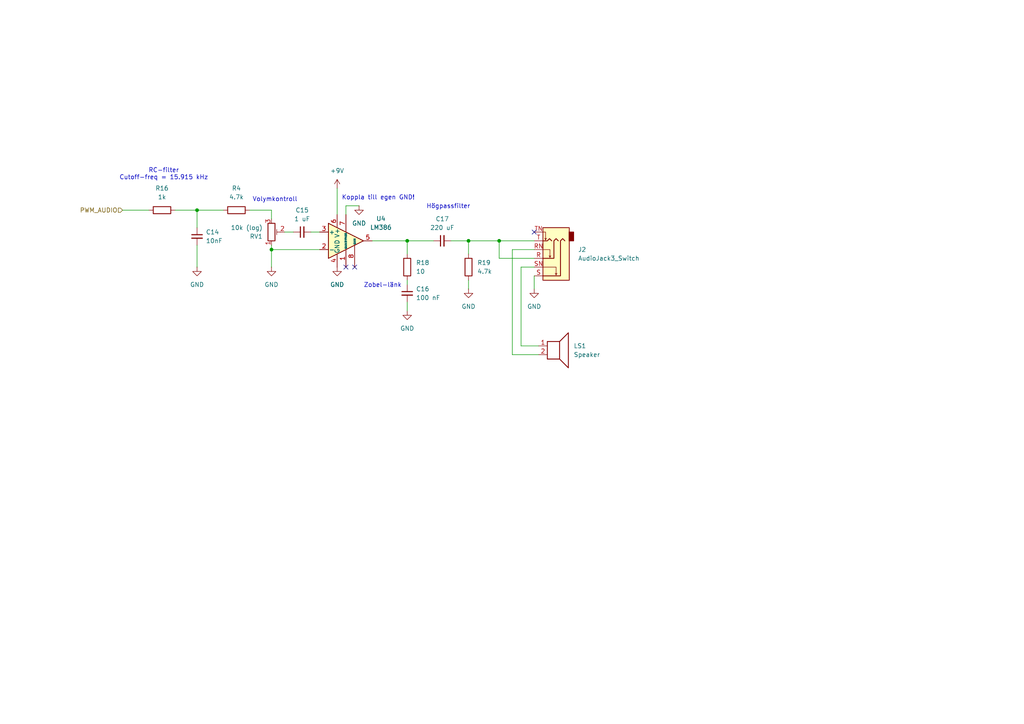
<source format=kicad_sch>
(kicad_sch
	(version 20250114)
	(generator "eeschema")
	(generator_version "9.0")
	(uuid "907af3a1-73ce-4d66-bbec-26b1ec26e673")
	(paper "A4")
	(lib_symbols
		(symbol "Amplifier_Audio:LM386"
			(pin_names
				(offset 0.127)
			)
			(exclude_from_sim no)
			(in_bom yes)
			(on_board yes)
			(property "Reference" "U"
				(at 1.27 7.62 0)
				(effects
					(font
						(size 1.27 1.27)
					)
					(justify left)
				)
			)
			(property "Value" "LM386"
				(at 1.27 5.08 0)
				(effects
					(font
						(size 1.27 1.27)
					)
					(justify left)
				)
			)
			(property "Footprint" ""
				(at 2.54 2.54 0)
				(effects
					(font
						(size 1.27 1.27)
					)
					(hide yes)
				)
			)
			(property "Datasheet" "http://www.ti.com/lit/ds/symlink/lm386.pdf"
				(at 5.08 5.08 0)
				(effects
					(font
						(size 1.27 1.27)
					)
					(hide yes)
				)
			)
			(property "Description" "Low Voltage Audio Power Amplifier, DIP-8/SOIC-8/SSOP-8"
				(at 0 0 0)
				(effects
					(font
						(size 1.27 1.27)
					)
					(hide yes)
				)
			)
			(property "ki_keywords" "single Power opamp"
				(at 0 0 0)
				(effects
					(font
						(size 1.27 1.27)
					)
					(hide yes)
				)
			)
			(property "ki_fp_filters" "SOIC*3.9x4.9mm*P1.27mm* DIP*W7.62mm* MSSOP*P0.65mm* TSSOP*3x3mm*P0.5mm*"
				(at 0 0 0)
				(effects
					(font
						(size 1.27 1.27)
					)
					(hide yes)
				)
			)
			(symbol "LM386_0_1"
				(polyline
					(pts
						(xy 5.08 0) (xy -5.08 5.08) (xy -5.08 -5.08) (xy 5.08 0)
					)
					(stroke
						(width 0.254)
						(type default)
					)
					(fill
						(type background)
					)
				)
			)
			(symbol "LM386_1_1"
				(pin input line
					(at -7.62 2.54 0)
					(length 2.54)
					(name "+"
						(effects
							(font
								(size 1.27 1.27)
							)
						)
					)
					(number "3"
						(effects
							(font
								(size 1.27 1.27)
							)
						)
					)
				)
				(pin input line
					(at -7.62 -2.54 0)
					(length 2.54)
					(name "-"
						(effects
							(font
								(size 1.27 1.27)
							)
						)
					)
					(number "2"
						(effects
							(font
								(size 1.27 1.27)
							)
						)
					)
				)
				(pin power_in line
					(at -2.54 7.62 270)
					(length 3.81)
					(name "V+"
						(effects
							(font
								(size 1.27 1.27)
							)
						)
					)
					(number "6"
						(effects
							(font
								(size 1.27 1.27)
							)
						)
					)
				)
				(pin power_in line
					(at -2.54 -7.62 90)
					(length 3.81)
					(name "GND"
						(effects
							(font
								(size 1.27 1.27)
							)
						)
					)
					(number "4"
						(effects
							(font
								(size 1.27 1.27)
							)
						)
					)
				)
				(pin input line
					(at 0 7.62 270)
					(length 5.08)
					(name "BYPASS"
						(effects
							(font
								(size 0.508 0.508)
							)
						)
					)
					(number "7"
						(effects
							(font
								(size 1.27 1.27)
							)
						)
					)
				)
				(pin input line
					(at 0 -7.62 90)
					(length 5.08)
					(name "GAIN"
						(effects
							(font
								(size 0.508 0.508)
							)
						)
					)
					(number "1"
						(effects
							(font
								(size 1.27 1.27)
							)
						)
					)
				)
				(pin input line
					(at 2.54 -7.62 90)
					(length 6.35)
					(name "GAIN"
						(effects
							(font
								(size 0.508 0.508)
							)
						)
					)
					(number "8"
						(effects
							(font
								(size 1.27 1.27)
							)
						)
					)
				)
				(pin output line
					(at 7.62 0 180)
					(length 2.54)
					(name "~"
						(effects
							(font
								(size 1.27 1.27)
							)
						)
					)
					(number "5"
						(effects
							(font
								(size 1.27 1.27)
							)
						)
					)
				)
			)
			(embedded_fonts no)
		)
		(symbol "Connector_Audio:AudioJack3_Switch"
			(exclude_from_sim no)
			(in_bom yes)
			(on_board yes)
			(property "Reference" "J"
				(at 0 11.43 0)
				(effects
					(font
						(size 1.27 1.27)
					)
				)
			)
			(property "Value" "AudioJack3_Switch"
				(at 0 8.89 0)
				(effects
					(font
						(size 1.27 1.27)
					)
				)
			)
			(property "Footprint" ""
				(at 0 0 0)
				(effects
					(font
						(size 1.27 1.27)
					)
					(hide yes)
				)
			)
			(property "Datasheet" "~"
				(at 0 0 0)
				(effects
					(font
						(size 1.27 1.27)
					)
					(hide yes)
				)
			)
			(property "Description" "Audio Jack, 3 Poles (Stereo / TRS), Switched Poles (Normalling)"
				(at 0 0 0)
				(effects
					(font
						(size 1.27 1.27)
					)
					(hide yes)
				)
			)
			(property "ki_keywords" "audio jack receptacle stereo headphones connector"
				(at 0 0 0)
				(effects
					(font
						(size 1.27 1.27)
					)
					(hide yes)
				)
			)
			(property "ki_fp_filters" "Jack*"
				(at 0 0 0)
				(effects
					(font
						(size 1.27 1.27)
					)
					(hide yes)
				)
			)
			(symbol "AudioJack3_Switch_0_1"
				(rectangle
					(start -5.08 -5.08)
					(end -6.35 -7.62)
					(stroke
						(width 0.254)
						(type default)
					)
					(fill
						(type outline)
					)
				)
				(polyline
					(pts
						(xy -1.905 -5.08) (xy -1.27 -5.715) (xy -0.635 -5.08) (xy -0.635 0) (xy 2.54 0)
					)
					(stroke
						(width 0.254)
						(type default)
					)
					(fill
						(type none)
					)
				)
				(polyline
					(pts
						(xy -1.27 4.826) (xy -1.016 4.318)
					)
					(stroke
						(width 0)
						(type default)
					)
					(fill
						(type none)
					)
				)
				(polyline
					(pts
						(xy 0 -5.08) (xy 0.635 -5.715) (xy 1.27 -5.08) (xy 2.54 -5.08)
					)
					(stroke
						(width 0.254)
						(type default)
					)
					(fill
						(type none)
					)
				)
				(polyline
					(pts
						(xy 0.508 -0.254) (xy 0.762 -0.762)
					)
					(stroke
						(width 0)
						(type default)
					)
					(fill
						(type none)
					)
				)
				(polyline
					(pts
						(xy 1.778 -5.334) (xy 2.032 -5.842)
					)
					(stroke
						(width 0)
						(type default)
					)
					(fill
						(type none)
					)
				)
				(rectangle
					(start 2.54 6.35)
					(end -5.08 -8.89)
					(stroke
						(width 0.254)
						(type default)
					)
					(fill
						(type background)
					)
				)
				(polyline
					(pts
						(xy 2.54 5.08) (xy -2.54 5.08) (xy -2.54 -5.08) (xy -3.175 -5.715) (xy -3.81 -5.08)
					)
					(stroke
						(width 0.254)
						(type default)
					)
					(fill
						(type none)
					)
				)
				(polyline
					(pts
						(xy 2.54 2.54) (xy -1.27 2.54) (xy -1.27 4.826) (xy -1.524 4.318)
					)
					(stroke
						(width 0)
						(type default)
					)
					(fill
						(type none)
					)
				)
				(polyline
					(pts
						(xy 2.54 -2.54) (xy 0.508 -2.54) (xy 0.508 -0.254) (xy 0.254 -0.762)
					)
					(stroke
						(width 0)
						(type default)
					)
					(fill
						(type none)
					)
				)
				(polyline
					(pts
						(xy 2.54 -7.62) (xy 1.778 -7.62) (xy 1.778 -5.334) (xy 1.524 -5.842)
					)
					(stroke
						(width 0)
						(type default)
					)
					(fill
						(type none)
					)
				)
			)
			(symbol "AudioJack3_Switch_1_1"
				(pin passive line
					(at 5.08 5.08 180)
					(length 2.54)
					(name "~"
						(effects
							(font
								(size 1.27 1.27)
							)
						)
					)
					(number "S"
						(effects
							(font
								(size 1.27 1.27)
							)
						)
					)
				)
				(pin passive line
					(at 5.08 2.54 180)
					(length 2.54)
					(name "~"
						(effects
							(font
								(size 1.27 1.27)
							)
						)
					)
					(number "SN"
						(effects
							(font
								(size 1.27 1.27)
							)
						)
					)
				)
				(pin passive line
					(at 5.08 0 180)
					(length 2.54)
					(name "~"
						(effects
							(font
								(size 1.27 1.27)
							)
						)
					)
					(number "R"
						(effects
							(font
								(size 1.27 1.27)
							)
						)
					)
				)
				(pin passive line
					(at 5.08 -2.54 180)
					(length 2.54)
					(name "~"
						(effects
							(font
								(size 1.27 1.27)
							)
						)
					)
					(number "RN"
						(effects
							(font
								(size 1.27 1.27)
							)
						)
					)
				)
				(pin passive line
					(at 5.08 -5.08 180)
					(length 2.54)
					(name "~"
						(effects
							(font
								(size 1.27 1.27)
							)
						)
					)
					(number "T"
						(effects
							(font
								(size 1.27 1.27)
							)
						)
					)
				)
				(pin passive line
					(at 5.08 -7.62 180)
					(length 2.54)
					(name "~"
						(effects
							(font
								(size 1.27 1.27)
							)
						)
					)
					(number "TN"
						(effects
							(font
								(size 1.27 1.27)
							)
						)
					)
				)
			)
			(embedded_fonts no)
		)
		(symbol "Device:C_Small"
			(pin_numbers
				(hide yes)
			)
			(pin_names
				(offset 0.254)
				(hide yes)
			)
			(exclude_from_sim no)
			(in_bom yes)
			(on_board yes)
			(property "Reference" "C"
				(at 0.254 1.778 0)
				(effects
					(font
						(size 1.27 1.27)
					)
					(justify left)
				)
			)
			(property "Value" "C_Small"
				(at 0.254 -2.032 0)
				(effects
					(font
						(size 1.27 1.27)
					)
					(justify left)
				)
			)
			(property "Footprint" ""
				(at 0 0 0)
				(effects
					(font
						(size 1.27 1.27)
					)
					(hide yes)
				)
			)
			(property "Datasheet" "~"
				(at 0 0 0)
				(effects
					(font
						(size 1.27 1.27)
					)
					(hide yes)
				)
			)
			(property "Description" "Unpolarized capacitor, small symbol"
				(at 0 0 0)
				(effects
					(font
						(size 1.27 1.27)
					)
					(hide yes)
				)
			)
			(property "ki_keywords" "capacitor cap"
				(at 0 0 0)
				(effects
					(font
						(size 1.27 1.27)
					)
					(hide yes)
				)
			)
			(property "ki_fp_filters" "C_*"
				(at 0 0 0)
				(effects
					(font
						(size 1.27 1.27)
					)
					(hide yes)
				)
			)
			(symbol "C_Small_0_1"
				(polyline
					(pts
						(xy -1.524 0.508) (xy 1.524 0.508)
					)
					(stroke
						(width 0.3048)
						(type default)
					)
					(fill
						(type none)
					)
				)
				(polyline
					(pts
						(xy -1.524 -0.508) (xy 1.524 -0.508)
					)
					(stroke
						(width 0.3302)
						(type default)
					)
					(fill
						(type none)
					)
				)
			)
			(symbol "C_Small_1_1"
				(pin passive line
					(at 0 2.54 270)
					(length 2.032)
					(name "~"
						(effects
							(font
								(size 1.27 1.27)
							)
						)
					)
					(number "1"
						(effects
							(font
								(size 1.27 1.27)
							)
						)
					)
				)
				(pin passive line
					(at 0 -2.54 90)
					(length 2.032)
					(name "~"
						(effects
							(font
								(size 1.27 1.27)
							)
						)
					)
					(number "2"
						(effects
							(font
								(size 1.27 1.27)
							)
						)
					)
				)
			)
			(embedded_fonts no)
		)
		(symbol "Device:R"
			(pin_numbers
				(hide yes)
			)
			(pin_names
				(offset 0)
			)
			(exclude_from_sim no)
			(in_bom yes)
			(on_board yes)
			(property "Reference" "R"
				(at 2.032 0 90)
				(effects
					(font
						(size 1.27 1.27)
					)
				)
			)
			(property "Value" "R"
				(at 0 0 90)
				(effects
					(font
						(size 1.27 1.27)
					)
				)
			)
			(property "Footprint" ""
				(at -1.778 0 90)
				(effects
					(font
						(size 1.27 1.27)
					)
					(hide yes)
				)
			)
			(property "Datasheet" "~"
				(at 0 0 0)
				(effects
					(font
						(size 1.27 1.27)
					)
					(hide yes)
				)
			)
			(property "Description" "Resistor"
				(at 0 0 0)
				(effects
					(font
						(size 1.27 1.27)
					)
					(hide yes)
				)
			)
			(property "ki_keywords" "R res resistor"
				(at 0 0 0)
				(effects
					(font
						(size 1.27 1.27)
					)
					(hide yes)
				)
			)
			(property "ki_fp_filters" "R_*"
				(at 0 0 0)
				(effects
					(font
						(size 1.27 1.27)
					)
					(hide yes)
				)
			)
			(symbol "R_0_1"
				(rectangle
					(start -1.016 -2.54)
					(end 1.016 2.54)
					(stroke
						(width 0.254)
						(type default)
					)
					(fill
						(type none)
					)
				)
			)
			(symbol "R_1_1"
				(pin passive line
					(at 0 3.81 270)
					(length 1.27)
					(name "~"
						(effects
							(font
								(size 1.27 1.27)
							)
						)
					)
					(number "1"
						(effects
							(font
								(size 1.27 1.27)
							)
						)
					)
				)
				(pin passive line
					(at 0 -3.81 90)
					(length 1.27)
					(name "~"
						(effects
							(font
								(size 1.27 1.27)
							)
						)
					)
					(number "2"
						(effects
							(font
								(size 1.27 1.27)
							)
						)
					)
				)
			)
			(embedded_fonts no)
		)
		(symbol "Device:R_Potentiometer_Trim"
			(pin_names
				(offset 1.016)
				(hide yes)
			)
			(exclude_from_sim no)
			(in_bom yes)
			(on_board yes)
			(property "Reference" "RV"
				(at -4.445 0 90)
				(effects
					(font
						(size 1.27 1.27)
					)
				)
			)
			(property "Value" "R_Potentiometer_Trim"
				(at -2.54 0 90)
				(effects
					(font
						(size 1.27 1.27)
					)
				)
			)
			(property "Footprint" ""
				(at 0 0 0)
				(effects
					(font
						(size 1.27 1.27)
					)
					(hide yes)
				)
			)
			(property "Datasheet" "~"
				(at 0 0 0)
				(effects
					(font
						(size 1.27 1.27)
					)
					(hide yes)
				)
			)
			(property "Description" "Trim-potentiometer"
				(at 0 0 0)
				(effects
					(font
						(size 1.27 1.27)
					)
					(hide yes)
				)
			)
			(property "ki_keywords" "resistor variable trimpot trimmer"
				(at 0 0 0)
				(effects
					(font
						(size 1.27 1.27)
					)
					(hide yes)
				)
			)
			(property "ki_fp_filters" "Potentiometer*"
				(at 0 0 0)
				(effects
					(font
						(size 1.27 1.27)
					)
					(hide yes)
				)
			)
			(symbol "R_Potentiometer_Trim_0_1"
				(rectangle
					(start 1.016 2.54)
					(end -1.016 -2.54)
					(stroke
						(width 0.254)
						(type default)
					)
					(fill
						(type none)
					)
				)
				(polyline
					(pts
						(xy 1.524 0.762) (xy 1.524 -0.762)
					)
					(stroke
						(width 0)
						(type default)
					)
					(fill
						(type none)
					)
				)
				(polyline
					(pts
						(xy 2.54 0) (xy 1.524 0)
					)
					(stroke
						(width 0)
						(type default)
					)
					(fill
						(type none)
					)
				)
			)
			(symbol "R_Potentiometer_Trim_1_1"
				(pin passive line
					(at 0 3.81 270)
					(length 1.27)
					(name "1"
						(effects
							(font
								(size 1.27 1.27)
							)
						)
					)
					(number "1"
						(effects
							(font
								(size 1.27 1.27)
							)
						)
					)
				)
				(pin passive line
					(at 0 -3.81 90)
					(length 1.27)
					(name "3"
						(effects
							(font
								(size 1.27 1.27)
							)
						)
					)
					(number "3"
						(effects
							(font
								(size 1.27 1.27)
							)
						)
					)
				)
				(pin passive line
					(at 3.81 0 180)
					(length 1.27)
					(name "2"
						(effects
							(font
								(size 1.27 1.27)
							)
						)
					)
					(number "2"
						(effects
							(font
								(size 1.27 1.27)
							)
						)
					)
				)
			)
			(embedded_fonts no)
		)
		(symbol "Device:Speaker"
			(pin_names
				(offset 0)
				(hide yes)
			)
			(exclude_from_sim no)
			(in_bom yes)
			(on_board yes)
			(property "Reference" "LS"
				(at 1.27 5.715 0)
				(effects
					(font
						(size 1.27 1.27)
					)
					(justify right)
				)
			)
			(property "Value" "Speaker"
				(at 1.27 3.81 0)
				(effects
					(font
						(size 1.27 1.27)
					)
					(justify right)
				)
			)
			(property "Footprint" ""
				(at 0 -5.08 0)
				(effects
					(font
						(size 1.27 1.27)
					)
					(hide yes)
				)
			)
			(property "Datasheet" "~"
				(at -0.254 -1.27 0)
				(effects
					(font
						(size 1.27 1.27)
					)
					(hide yes)
				)
			)
			(property "Description" "Speaker"
				(at 0 0 0)
				(effects
					(font
						(size 1.27 1.27)
					)
					(hide yes)
				)
			)
			(property "ki_keywords" "speaker sound"
				(at 0 0 0)
				(effects
					(font
						(size 1.27 1.27)
					)
					(hide yes)
				)
			)
			(symbol "Speaker_0_0"
				(rectangle
					(start -2.54 1.27)
					(end 1.016 -3.81)
					(stroke
						(width 0.254)
						(type default)
					)
					(fill
						(type none)
					)
				)
				(polyline
					(pts
						(xy 1.016 1.27) (xy 3.556 3.81) (xy 3.556 -6.35) (xy 1.016 -3.81)
					)
					(stroke
						(width 0.254)
						(type default)
					)
					(fill
						(type none)
					)
				)
			)
			(symbol "Speaker_1_1"
				(pin input line
					(at -5.08 0 0)
					(length 2.54)
					(name "1"
						(effects
							(font
								(size 1.27 1.27)
							)
						)
					)
					(number "1"
						(effects
							(font
								(size 1.27 1.27)
							)
						)
					)
				)
				(pin input line
					(at -5.08 -2.54 0)
					(length 2.54)
					(name "2"
						(effects
							(font
								(size 1.27 1.27)
							)
						)
					)
					(number "2"
						(effects
							(font
								(size 1.27 1.27)
							)
						)
					)
				)
			)
			(embedded_fonts no)
		)
		(symbol "power:+9V"
			(power)
			(pin_numbers
				(hide yes)
			)
			(pin_names
				(offset 0)
				(hide yes)
			)
			(exclude_from_sim no)
			(in_bom yes)
			(on_board yes)
			(property "Reference" "#PWR"
				(at 0 -3.81 0)
				(effects
					(font
						(size 1.27 1.27)
					)
					(hide yes)
				)
			)
			(property "Value" "+9V"
				(at 0 3.556 0)
				(effects
					(font
						(size 1.27 1.27)
					)
				)
			)
			(property "Footprint" ""
				(at 0 0 0)
				(effects
					(font
						(size 1.27 1.27)
					)
					(hide yes)
				)
			)
			(property "Datasheet" ""
				(at 0 0 0)
				(effects
					(font
						(size 1.27 1.27)
					)
					(hide yes)
				)
			)
			(property "Description" "Power symbol creates a global label with name \"+9V\""
				(at 0 0 0)
				(effects
					(font
						(size 1.27 1.27)
					)
					(hide yes)
				)
			)
			(property "ki_keywords" "global power"
				(at 0 0 0)
				(effects
					(font
						(size 1.27 1.27)
					)
					(hide yes)
				)
			)
			(symbol "+9V_0_1"
				(polyline
					(pts
						(xy -0.762 1.27) (xy 0 2.54)
					)
					(stroke
						(width 0)
						(type default)
					)
					(fill
						(type none)
					)
				)
				(polyline
					(pts
						(xy 0 2.54) (xy 0.762 1.27)
					)
					(stroke
						(width 0)
						(type default)
					)
					(fill
						(type none)
					)
				)
				(polyline
					(pts
						(xy 0 0) (xy 0 2.54)
					)
					(stroke
						(width 0)
						(type default)
					)
					(fill
						(type none)
					)
				)
			)
			(symbol "+9V_1_1"
				(pin power_in line
					(at 0 0 90)
					(length 0)
					(name "~"
						(effects
							(font
								(size 1.27 1.27)
							)
						)
					)
					(number "1"
						(effects
							(font
								(size 1.27 1.27)
							)
						)
					)
				)
			)
			(embedded_fonts no)
		)
		(symbol "power:GND"
			(power)
			(pin_numbers
				(hide yes)
			)
			(pin_names
				(offset 0)
				(hide yes)
			)
			(exclude_from_sim no)
			(in_bom yes)
			(on_board yes)
			(property "Reference" "#PWR"
				(at 0 -6.35 0)
				(effects
					(font
						(size 1.27 1.27)
					)
					(hide yes)
				)
			)
			(property "Value" "GND"
				(at 0 -3.81 0)
				(effects
					(font
						(size 1.27 1.27)
					)
				)
			)
			(property "Footprint" ""
				(at 0 0 0)
				(effects
					(font
						(size 1.27 1.27)
					)
					(hide yes)
				)
			)
			(property "Datasheet" ""
				(at 0 0 0)
				(effects
					(font
						(size 1.27 1.27)
					)
					(hide yes)
				)
			)
			(property "Description" "Power symbol creates a global label with name \"GND\" , ground"
				(at 0 0 0)
				(effects
					(font
						(size 1.27 1.27)
					)
					(hide yes)
				)
			)
			(property "ki_keywords" "global power"
				(at 0 0 0)
				(effects
					(font
						(size 1.27 1.27)
					)
					(hide yes)
				)
			)
			(symbol "GND_0_1"
				(polyline
					(pts
						(xy 0 0) (xy 0 -1.27) (xy 1.27 -1.27) (xy 0 -2.54) (xy -1.27 -1.27) (xy 0 -1.27)
					)
					(stroke
						(width 0)
						(type default)
					)
					(fill
						(type none)
					)
				)
			)
			(symbol "GND_1_1"
				(pin power_in line
					(at 0 0 270)
					(length 0)
					(name "~"
						(effects
							(font
								(size 1.27 1.27)
							)
						)
					)
					(number "1"
						(effects
							(font
								(size 1.27 1.27)
							)
						)
					)
				)
			)
			(embedded_fonts no)
		)
	)
	(text "RC-filter\nCutoff-freq = 15.915 kHz"
		(exclude_from_sim no)
		(at 47.498 50.546 0)
		(effects
			(font
				(size 1.27 1.27)
			)
		)
		(uuid "14901a7a-6228-4780-adf6-4125fd5853af")
	)
	(text "Koppla till egen GND!"
		(exclude_from_sim no)
		(at 109.728 57.404 0)
		(effects
			(font
				(size 1.27 1.27)
			)
		)
		(uuid "28869aee-b8e1-43e5-8759-a0edea718254")
	)
	(text "Volymkontroll\n"
		(exclude_from_sim no)
		(at 79.756 57.912 0)
		(effects
			(font
				(size 1.27 1.27)
			)
		)
		(uuid "5ffd29fc-6d75-4d93-81ca-dee0a9e9a6b6")
	)
	(text "Zobel-länk"
		(exclude_from_sim no)
		(at 110.998 82.804 0)
		(effects
			(font
				(size 1.27 1.27)
			)
		)
		(uuid "9b319a11-ee29-464d-a4cc-ab66b75193e3")
	)
	(text "Högpassfilter"
		(exclude_from_sim no)
		(at 130.048 59.944 0)
		(effects
			(font
				(size 1.27 1.27)
			)
		)
		(uuid "e9615377-6824-48d4-9fbe-9309ca6c1f8a")
	)
	(junction
		(at 135.89 69.85)
		(diameter 0)
		(color 0 0 0 0)
		(uuid "08795c7a-7b7b-48be-8eae-6fc105da9e9c")
	)
	(junction
		(at 57.15 60.96)
		(diameter 0)
		(color 0 0 0 0)
		(uuid "9824cd3b-e80b-4df8-9633-ce3dc143877a")
	)
	(junction
		(at 78.74 72.39)
		(diameter 0)
		(color 0 0 0 0)
		(uuid "d7f220c8-c4f0-48a6-816d-485fe08366f7")
	)
	(junction
		(at 144.78 69.85)
		(diameter 0)
		(color 0 0 0 0)
		(uuid "dab5e2a0-a55d-40b1-a474-05c70671ff5a")
	)
	(junction
		(at 118.11 69.85)
		(diameter 0)
		(color 0 0 0 0)
		(uuid "f4e34ffd-4b2f-44a7-8cfa-b8a75ffc9de1")
	)
	(no_connect
		(at 154.94 67.31)
		(uuid "55468881-c8ee-4e7a-94c6-426609317b67")
	)
	(no_connect
		(at 102.87 77.47)
		(uuid "5887aaff-f074-4c47-b62f-9410f317a17d")
	)
	(no_connect
		(at 100.33 77.47)
		(uuid "88ad58a9-d837-4be4-a8ef-305288ec2c1c")
	)
	(wire
		(pts
			(xy 118.11 87.63) (xy 118.11 90.17)
		)
		(stroke
			(width 0)
			(type default)
		)
		(uuid "06fa947e-d693-4486-8022-8daaca39b919")
	)
	(wire
		(pts
			(xy 78.74 72.39) (xy 92.71 72.39)
		)
		(stroke
			(width 0)
			(type default)
		)
		(uuid "08f4a37c-c79a-40c5-ad27-0a9c78f11085")
	)
	(wire
		(pts
			(xy 118.11 69.85) (xy 125.73 69.85)
		)
		(stroke
			(width 0)
			(type default)
		)
		(uuid "1bd6bed1-b935-492d-8472-e6ef199e018c")
	)
	(wire
		(pts
			(xy 118.11 69.85) (xy 118.11 73.66)
		)
		(stroke
			(width 0)
			(type default)
		)
		(uuid "1f49909c-639a-4955-9b6f-e89c3eeaf6b9")
	)
	(wire
		(pts
			(xy 144.78 74.93) (xy 154.94 74.93)
		)
		(stroke
			(width 0)
			(type default)
		)
		(uuid "22fd36e6-971f-4734-89da-300ca866ebf8")
	)
	(wire
		(pts
			(xy 151.13 77.47) (xy 151.13 100.33)
		)
		(stroke
			(width 0)
			(type default)
		)
		(uuid "398b2059-6b9a-49d9-a6de-fc96e6407856")
	)
	(wire
		(pts
			(xy 72.39 60.96) (xy 78.74 60.96)
		)
		(stroke
			(width 0)
			(type default)
		)
		(uuid "43ddb348-f271-4bca-91d5-72862aadda10")
	)
	(wire
		(pts
			(xy 144.78 69.85) (xy 154.94 69.85)
		)
		(stroke
			(width 0)
			(type default)
		)
		(uuid "4f858331-931e-4908-a2c7-8efb38a4686a")
	)
	(wire
		(pts
			(xy 144.78 69.85) (xy 144.78 74.93)
		)
		(stroke
			(width 0)
			(type default)
		)
		(uuid "53b50b6e-60ce-4b1c-89e2-cbed355852f8")
	)
	(wire
		(pts
			(xy 100.33 59.69) (xy 104.14 59.69)
		)
		(stroke
			(width 0)
			(type default)
		)
		(uuid "5449ef54-f0f5-4c80-b59d-ac0463321466")
	)
	(wire
		(pts
			(xy 135.89 81.28) (xy 135.89 83.82)
		)
		(stroke
			(width 0)
			(type default)
		)
		(uuid "5ae3dbd0-9829-4068-836d-bcd25d05c8d7")
	)
	(wire
		(pts
			(xy 97.79 54.61) (xy 97.79 62.23)
		)
		(stroke
			(width 0)
			(type default)
		)
		(uuid "5bb2c93a-3c92-4cd3-b2f7-2e9ee756b993")
	)
	(wire
		(pts
			(xy 151.13 100.33) (xy 156.21 100.33)
		)
		(stroke
			(width 0)
			(type default)
		)
		(uuid "5c9c67df-2d32-4d53-bcb4-a9284007bb78")
	)
	(wire
		(pts
			(xy 135.89 69.85) (xy 135.89 73.66)
		)
		(stroke
			(width 0)
			(type default)
		)
		(uuid "6a4320c7-a8a8-42cc-8d85-ff41038a2824")
	)
	(wire
		(pts
			(xy 35.56 60.96) (xy 43.18 60.96)
		)
		(stroke
			(width 0)
			(type default)
		)
		(uuid "6d5f7a10-f71d-4acd-8756-e29d6a14e9e7")
	)
	(wire
		(pts
			(xy 57.15 60.96) (xy 57.15 66.04)
		)
		(stroke
			(width 0)
			(type default)
		)
		(uuid "73e84bd0-d2e9-4870-9918-1ab9f838639a")
	)
	(wire
		(pts
			(xy 50.8 60.96) (xy 57.15 60.96)
		)
		(stroke
			(width 0)
			(type default)
		)
		(uuid "7565b988-d738-4023-bfc5-df931ba2e4f9")
	)
	(wire
		(pts
			(xy 90.17 67.31) (xy 92.71 67.31)
		)
		(stroke
			(width 0)
			(type default)
		)
		(uuid "7955be9c-fef9-43e1-a600-2d98d8262076")
	)
	(wire
		(pts
			(xy 82.55 67.31) (xy 85.09 67.31)
		)
		(stroke
			(width 0)
			(type default)
		)
		(uuid "839d045b-6cec-4828-8983-ebfbbf6de3ef")
	)
	(wire
		(pts
			(xy 130.81 69.85) (xy 135.89 69.85)
		)
		(stroke
			(width 0)
			(type default)
		)
		(uuid "840d3025-b533-464a-b4b2-33572487104b")
	)
	(wire
		(pts
			(xy 135.89 69.85) (xy 144.78 69.85)
		)
		(stroke
			(width 0)
			(type default)
		)
		(uuid "94d35bbe-7e28-4eb3-8749-4270094907cc")
	)
	(wire
		(pts
			(xy 154.94 77.47) (xy 151.13 77.47)
		)
		(stroke
			(width 0)
			(type default)
		)
		(uuid "9601a65f-1244-4c03-86aa-804b0776cc3a")
	)
	(wire
		(pts
			(xy 100.33 62.23) (xy 100.33 59.69)
		)
		(stroke
			(width 0)
			(type default)
		)
		(uuid "9a807bb2-5cd5-4e0e-8589-ed3aa0b50616")
	)
	(wire
		(pts
			(xy 78.74 71.12) (xy 78.74 72.39)
		)
		(stroke
			(width 0)
			(type default)
		)
		(uuid "a28b4eaf-de32-4be0-9ec9-5cfac5a699c5")
	)
	(wire
		(pts
			(xy 154.94 72.39) (xy 148.59 72.39)
		)
		(stroke
			(width 0)
			(type default)
		)
		(uuid "a62e127e-0830-4172-bfb1-6836b1fc9d9a")
	)
	(wire
		(pts
			(xy 148.59 102.87) (xy 156.21 102.87)
		)
		(stroke
			(width 0)
			(type default)
		)
		(uuid "abc95ead-5b82-41be-b707-fca0f83998ae")
	)
	(wire
		(pts
			(xy 78.74 60.96) (xy 78.74 63.5)
		)
		(stroke
			(width 0)
			(type default)
		)
		(uuid "b4a75316-ef7c-4f67-a4d2-d290d658ae7c")
	)
	(wire
		(pts
			(xy 107.95 69.85) (xy 118.11 69.85)
		)
		(stroke
			(width 0)
			(type default)
		)
		(uuid "bb7842ab-b61f-4def-b3af-5e97df24ae00")
	)
	(wire
		(pts
			(xy 118.11 81.28) (xy 118.11 82.55)
		)
		(stroke
			(width 0)
			(type default)
		)
		(uuid "c194dce6-9f77-4def-8804-4766caff6ed6")
	)
	(wire
		(pts
			(xy 57.15 60.96) (xy 64.77 60.96)
		)
		(stroke
			(width 0)
			(type default)
		)
		(uuid "ccdf9f04-faff-48e4-ab53-3ee2406ac017")
	)
	(wire
		(pts
			(xy 78.74 72.39) (xy 78.74 77.47)
		)
		(stroke
			(width 0)
			(type default)
		)
		(uuid "df00ae49-d6d8-4b2d-b0c6-b1586a063c40")
	)
	(wire
		(pts
			(xy 148.59 72.39) (xy 148.59 102.87)
		)
		(stroke
			(width 0)
			(type default)
		)
		(uuid "e0bc9d22-7f42-4144-8025-b9eadfc0920a")
	)
	(wire
		(pts
			(xy 154.94 80.01) (xy 154.94 83.82)
		)
		(stroke
			(width 0)
			(type default)
		)
		(uuid "e1b76d9e-e77e-4121-a4bf-2ef9c0c3407a")
	)
	(wire
		(pts
			(xy 57.15 71.12) (xy 57.15 77.47)
		)
		(stroke
			(width 0)
			(type default)
		)
		(uuid "efae133c-0a98-4619-91f1-19f68655e95d")
	)
	(hierarchical_label "PWM_AUDIO"
		(shape input)
		(at 35.56 60.96 180)
		(effects
			(font
				(size 1.27 1.27)
			)
			(justify right)
		)
		(uuid "e7df9a57-32ba-40d1-881f-b421ce157af2")
	)
	(symbol
		(lib_id "Device:C_Small")
		(at 128.27 69.85 90)
		(unit 1)
		(exclude_from_sim no)
		(in_bom yes)
		(on_board yes)
		(dnp no)
		(fields_autoplaced yes)
		(uuid "12e36cd1-6b27-40a0-8434-aa26678027d2")
		(property "Reference" "C17"
			(at 128.2763 63.5 90)
			(effects
				(font
					(size 1.27 1.27)
				)
			)
		)
		(property "Value" "220 uF"
			(at 128.2763 66.04 90)
			(effects
				(font
					(size 1.27 1.27)
				)
			)
		)
		(property "Footprint" ""
			(at 128.27 69.85 0)
			(effects
				(font
					(size 1.27 1.27)
				)
				(hide yes)
			)
		)
		(property "Datasheet" "~"
			(at 128.27 69.85 0)
			(effects
				(font
					(size 1.27 1.27)
				)
				(hide yes)
			)
		)
		(property "Description" "Unpolarized capacitor, small symbol"
			(at 128.27 69.85 0)
			(effects
				(font
					(size 1.27 1.27)
				)
				(hide yes)
			)
		)
		(pin "2"
			(uuid "a90bda4c-5c17-44e3-8133-c81ccded5c76")
		)
		(pin "1"
			(uuid "9d058438-9d28-4d33-bcfd-c188c7edafc9")
		)
		(instances
			(project ""
				(path "/7df00c60-b27b-47e9-9d2f-0d6aec1b4a33/b748653b-2067-46e2-bb9a-2f71cd3b982b"
					(reference "C17")
					(unit 1)
				)
			)
		)
	)
	(symbol
		(lib_id "power:GND")
		(at 135.89 83.82 0)
		(unit 1)
		(exclude_from_sim no)
		(in_bom yes)
		(on_board yes)
		(dnp no)
		(fields_autoplaced yes)
		(uuid "133f04d6-0b55-44e2-a991-cf6fbc99d7a1")
		(property "Reference" "#PWR026"
			(at 135.89 90.17 0)
			(effects
				(font
					(size 1.27 1.27)
				)
				(hide yes)
			)
		)
		(property "Value" "GND"
			(at 135.89 88.9 0)
			(effects
				(font
					(size 1.27 1.27)
				)
			)
		)
		(property "Footprint" ""
			(at 135.89 83.82 0)
			(effects
				(font
					(size 1.27 1.27)
				)
				(hide yes)
			)
		)
		(property "Datasheet" ""
			(at 135.89 83.82 0)
			(effects
				(font
					(size 1.27 1.27)
				)
				(hide yes)
			)
		)
		(property "Description" "Power symbol creates a global label with name \"GND\" , ground"
			(at 135.89 83.82 0)
			(effects
				(font
					(size 1.27 1.27)
				)
				(hide yes)
			)
		)
		(pin "1"
			(uuid "c8a6759c-4709-43fc-9429-8211567db9c2")
		)
		(instances
			(project "projekt-am"
				(path "/7df00c60-b27b-47e9-9d2f-0d6aec1b4a33/b748653b-2067-46e2-bb9a-2f71cd3b982b"
					(reference "#PWR026")
					(unit 1)
				)
			)
		)
	)
	(symbol
		(lib_id "Amplifier_Audio:LM386")
		(at 100.33 69.85 0)
		(unit 1)
		(exclude_from_sim no)
		(in_bom yes)
		(on_board yes)
		(dnp no)
		(fields_autoplaced yes)
		(uuid "262e51ee-b4bb-42ac-b1ee-fe36039a5deb")
		(property "Reference" "U4"
			(at 110.49 63.4298 0)
			(effects
				(font
					(size 1.27 1.27)
				)
			)
		)
		(property "Value" "LM386"
			(at 110.49 65.9698 0)
			(effects
				(font
					(size 1.27 1.27)
				)
			)
		)
		(property "Footprint" ""
			(at 102.87 67.31 0)
			(effects
				(font
					(size 1.27 1.27)
				)
				(hide yes)
			)
		)
		(property "Datasheet" "http://www.ti.com/lit/ds/symlink/lm386.pdf"
			(at 105.41 64.77 0)
			(effects
				(font
					(size 1.27 1.27)
				)
				(hide yes)
			)
		)
		(property "Description" "Low Voltage Audio Power Amplifier, DIP-8/SOIC-8/SSOP-8"
			(at 100.33 69.85 0)
			(effects
				(font
					(size 1.27 1.27)
				)
				(hide yes)
			)
		)
		(pin "1"
			(uuid "85fb9c6f-3a1c-48d9-a2b4-ec108f14624b")
		)
		(pin "3"
			(uuid "5fb45c50-54ab-416d-b0f0-9af79fdfd62b")
		)
		(pin "6"
			(uuid "45b3ecc9-ae28-4b8f-9fd7-69fdad431429")
		)
		(pin "4"
			(uuid "dd49a9f6-9513-4958-9c90-1dc52d35fe56")
		)
		(pin "5"
			(uuid "fd0ec424-0a38-4a70-87d1-2d74b715388e")
		)
		(pin "2"
			(uuid "e6099893-7ef8-4d7f-9351-2c3184d39d5f")
		)
		(pin "8"
			(uuid "ac8bb681-9e33-4916-9d7b-5df88c4315b5")
		)
		(pin "7"
			(uuid "da0e3c55-e431-448d-b4ea-073c55f7c4aa")
		)
		(instances
			(project ""
				(path "/7df00c60-b27b-47e9-9d2f-0d6aec1b4a33/b748653b-2067-46e2-bb9a-2f71cd3b982b"
					(reference "U4")
					(unit 1)
				)
			)
		)
	)
	(symbol
		(lib_id "power:+9V")
		(at 97.79 54.61 0)
		(unit 1)
		(exclude_from_sim no)
		(in_bom yes)
		(on_board yes)
		(dnp no)
		(fields_autoplaced yes)
		(uuid "2f6c9123-3555-43a3-be21-75eab7eacf39")
		(property "Reference" "#PWR018"
			(at 97.79 58.42 0)
			(effects
				(font
					(size 1.27 1.27)
				)
				(hide yes)
			)
		)
		(property "Value" "+9V"
			(at 97.79 49.53 0)
			(effects
				(font
					(size 1.27 1.27)
				)
			)
		)
		(property "Footprint" ""
			(at 97.79 54.61 0)
			(effects
				(font
					(size 1.27 1.27)
				)
				(hide yes)
			)
		)
		(property "Datasheet" ""
			(at 97.79 54.61 0)
			(effects
				(font
					(size 1.27 1.27)
				)
				(hide yes)
			)
		)
		(property "Description" "Power symbol creates a global label with name \"+9V\""
			(at 97.79 54.61 0)
			(effects
				(font
					(size 1.27 1.27)
				)
				(hide yes)
			)
		)
		(pin "1"
			(uuid "4f831859-e9e2-43b7-800d-d5c98ed07c60")
		)
		(instances
			(project ""
				(path "/7df00c60-b27b-47e9-9d2f-0d6aec1b4a33/b748653b-2067-46e2-bb9a-2f71cd3b982b"
					(reference "#PWR018")
					(unit 1)
				)
			)
		)
	)
	(symbol
		(lib_id "Device:R_Potentiometer_Trim")
		(at 78.74 67.31 0)
		(mirror x)
		(unit 1)
		(exclude_from_sim no)
		(in_bom yes)
		(on_board yes)
		(dnp no)
		(uuid "409f61c9-4a4a-44f5-b383-4356cc87c791")
		(property "Reference" "RV1"
			(at 76.2 68.5801 0)
			(effects
				(font
					(size 1.27 1.27)
				)
				(justify right)
			)
		)
		(property "Value" "10k (log)"
			(at 76.2 66.0401 0)
			(effects
				(font
					(size 1.27 1.27)
				)
				(justify right)
			)
		)
		(property "Footprint" ""
			(at 78.74 67.31 0)
			(effects
				(font
					(size 1.27 1.27)
				)
				(hide yes)
			)
		)
		(property "Datasheet" "~"
			(at 78.74 67.31 0)
			(effects
				(font
					(size 1.27 1.27)
				)
				(hide yes)
			)
		)
		(property "Description" "Trim-potentiometer"
			(at 78.74 67.31 0)
			(effects
				(font
					(size 1.27 1.27)
				)
				(hide yes)
			)
		)
		(pin "1"
			(uuid "2854da15-df24-4950-a566-2dc632a488b9")
		)
		(pin "3"
			(uuid "a34efbe1-a93c-4489-958f-6d6c6564ca4b")
		)
		(pin "2"
			(uuid "41e91e01-72bc-4d1d-afb0-74529100046b")
		)
		(instances
			(project ""
				(path "/7df00c60-b27b-47e9-9d2f-0d6aec1b4a33/b748653b-2067-46e2-bb9a-2f71cd3b982b"
					(reference "RV1")
					(unit 1)
				)
			)
		)
	)
	(symbol
		(lib_id "power:GND")
		(at 97.79 77.47 0)
		(unit 1)
		(exclude_from_sim no)
		(in_bom yes)
		(on_board yes)
		(dnp no)
		(fields_autoplaced yes)
		(uuid "4adacddb-93a4-4f2c-bbe0-6c42de3302f8")
		(property "Reference" "#PWR019"
			(at 97.79 83.82 0)
			(effects
				(font
					(size 1.27 1.27)
				)
				(hide yes)
			)
		)
		(property "Value" "GND"
			(at 97.79 82.55 0)
			(effects
				(font
					(size 1.27 1.27)
				)
			)
		)
		(property "Footprint" ""
			(at 97.79 77.47 0)
			(effects
				(font
					(size 1.27 1.27)
				)
				(hide yes)
			)
		)
		(property "Datasheet" ""
			(at 97.79 77.47 0)
			(effects
				(font
					(size 1.27 1.27)
				)
				(hide yes)
			)
		)
		(property "Description" "Power symbol creates a global label with name \"GND\" , ground"
			(at 97.79 77.47 0)
			(effects
				(font
					(size 1.27 1.27)
				)
				(hide yes)
			)
		)
		(pin "1"
			(uuid "f248c0af-e564-43a3-9063-286b15723c02")
		)
		(instances
			(project ""
				(path "/7df00c60-b27b-47e9-9d2f-0d6aec1b4a33/b748653b-2067-46e2-bb9a-2f71cd3b982b"
					(reference "#PWR019")
					(unit 1)
				)
			)
		)
	)
	(symbol
		(lib_id "Device:C_Small")
		(at 118.11 85.09 0)
		(unit 1)
		(exclude_from_sim no)
		(in_bom yes)
		(on_board yes)
		(dnp no)
		(fields_autoplaced yes)
		(uuid "53cde7c9-d11c-4d2c-b371-f12e7f877982")
		(property "Reference" "C16"
			(at 120.65 83.8262 0)
			(effects
				(font
					(size 1.27 1.27)
				)
				(justify left)
			)
		)
		(property "Value" "100 nF"
			(at 120.65 86.3662 0)
			(effects
				(font
					(size 1.27 1.27)
				)
				(justify left)
			)
		)
		(property "Footprint" ""
			(at 118.11 85.09 0)
			(effects
				(font
					(size 1.27 1.27)
				)
				(hide yes)
			)
		)
		(property "Datasheet" "~"
			(at 118.11 85.09 0)
			(effects
				(font
					(size 1.27 1.27)
				)
				(hide yes)
			)
		)
		(property "Description" "Unpolarized capacitor, small symbol"
			(at 118.11 85.09 0)
			(effects
				(font
					(size 1.27 1.27)
				)
				(hide yes)
			)
		)
		(pin "2"
			(uuid "bce4d330-61da-46ea-8b7e-0cc6f721d05d")
		)
		(pin "1"
			(uuid "bd9dbc1f-4562-4537-af0b-58e1059d66cd")
		)
		(instances
			(project ""
				(path "/7df00c60-b27b-47e9-9d2f-0d6aec1b4a33/b748653b-2067-46e2-bb9a-2f71cd3b982b"
					(reference "C16")
					(unit 1)
				)
			)
		)
	)
	(symbol
		(lib_id "Device:C_Small")
		(at 57.15 68.58 0)
		(unit 1)
		(exclude_from_sim no)
		(in_bom yes)
		(on_board yes)
		(dnp no)
		(fields_autoplaced yes)
		(uuid "69e90f9b-7334-4ebc-95c9-dadcbeeb504d")
		(property "Reference" "C14"
			(at 59.69 67.3162 0)
			(effects
				(font
					(size 1.27 1.27)
				)
				(justify left)
			)
		)
		(property "Value" "10nF"
			(at 59.69 69.8562 0)
			(effects
				(font
					(size 1.27 1.27)
				)
				(justify left)
			)
		)
		(property "Footprint" ""
			(at 57.15 68.58 0)
			(effects
				(font
					(size 1.27 1.27)
				)
				(hide yes)
			)
		)
		(property "Datasheet" "~"
			(at 57.15 68.58 0)
			(effects
				(font
					(size 1.27 1.27)
				)
				(hide yes)
			)
		)
		(property "Description" "Unpolarized capacitor, small symbol"
			(at 57.15 68.58 0)
			(effects
				(font
					(size 1.27 1.27)
				)
				(hide yes)
			)
		)
		(pin "1"
			(uuid "5c80a644-f831-4486-8f6f-8394e197c945")
		)
		(pin "2"
			(uuid "1aeb4211-864e-4208-9a16-4f1a03ac0417")
		)
		(instances
			(project ""
				(path "/7df00c60-b27b-47e9-9d2f-0d6aec1b4a33/b748653b-2067-46e2-bb9a-2f71cd3b982b"
					(reference "C14")
					(unit 1)
				)
			)
		)
	)
	(symbol
		(lib_id "Device:R")
		(at 118.11 77.47 0)
		(unit 1)
		(exclude_from_sim no)
		(in_bom yes)
		(on_board yes)
		(dnp no)
		(fields_autoplaced yes)
		(uuid "7d9982cd-c1b0-4b74-ae5d-769297a211dd")
		(property "Reference" "R18"
			(at 120.65 76.1999 0)
			(effects
				(font
					(size 1.27 1.27)
				)
				(justify left)
			)
		)
		(property "Value" "10"
			(at 120.65 78.7399 0)
			(effects
				(font
					(size 1.27 1.27)
				)
				(justify left)
			)
		)
		(property "Footprint" ""
			(at 116.332 77.47 90)
			(effects
				(font
					(size 1.27 1.27)
				)
				(hide yes)
			)
		)
		(property "Datasheet" "~"
			(at 118.11 77.47 0)
			(effects
				(font
					(size 1.27 1.27)
				)
				(hide yes)
			)
		)
		(property "Description" "Resistor"
			(at 118.11 77.47 0)
			(effects
				(font
					(size 1.27 1.27)
				)
				(hide yes)
			)
		)
		(pin "2"
			(uuid "3e6c3012-8686-4345-ba97-7728aa57dc83")
		)
		(pin "1"
			(uuid "e2270c97-c6ea-4bca-9ddc-188b00d71caa")
		)
		(instances
			(project ""
				(path "/7df00c60-b27b-47e9-9d2f-0d6aec1b4a33/b748653b-2067-46e2-bb9a-2f71cd3b982b"
					(reference "R18")
					(unit 1)
				)
			)
		)
	)
	(symbol
		(lib_id "power:GND")
		(at 118.11 90.17 0)
		(unit 1)
		(exclude_from_sim no)
		(in_bom yes)
		(on_board yes)
		(dnp no)
		(fields_autoplaced yes)
		(uuid "8b3a4130-4c14-46a7-9e53-e8889de22ead")
		(property "Reference" "#PWR022"
			(at 118.11 96.52 0)
			(effects
				(font
					(size 1.27 1.27)
				)
				(hide yes)
			)
		)
		(property "Value" "GND"
			(at 118.11 95.25 0)
			(effects
				(font
					(size 1.27 1.27)
				)
			)
		)
		(property "Footprint" ""
			(at 118.11 90.17 0)
			(effects
				(font
					(size 1.27 1.27)
				)
				(hide yes)
			)
		)
		(property "Datasheet" ""
			(at 118.11 90.17 0)
			(effects
				(font
					(size 1.27 1.27)
				)
				(hide yes)
			)
		)
		(property "Description" "Power symbol creates a global label with name \"GND\" , ground"
			(at 118.11 90.17 0)
			(effects
				(font
					(size 1.27 1.27)
				)
				(hide yes)
			)
		)
		(pin "1"
			(uuid "8cb71fb5-686a-4810-874a-8c2a62b63ad8")
		)
		(instances
			(project ""
				(path "/7df00c60-b27b-47e9-9d2f-0d6aec1b4a33/b748653b-2067-46e2-bb9a-2f71cd3b982b"
					(reference "#PWR022")
					(unit 1)
				)
			)
		)
	)
	(symbol
		(lib_id "Device:R")
		(at 135.89 77.47 0)
		(unit 1)
		(exclude_from_sim no)
		(in_bom yes)
		(on_board yes)
		(dnp no)
		(fields_autoplaced yes)
		(uuid "9ad7ee8a-1089-4e6e-b0ab-b698585ceaa8")
		(property "Reference" "R19"
			(at 138.43 76.1999 0)
			(effects
				(font
					(size 1.27 1.27)
				)
				(justify left)
			)
		)
		(property "Value" "4.7k"
			(at 138.43 78.7399 0)
			(effects
				(font
					(size 1.27 1.27)
				)
				(justify left)
			)
		)
		(property "Footprint" ""
			(at 134.112 77.47 90)
			(effects
				(font
					(size 1.27 1.27)
				)
				(hide yes)
			)
		)
		(property "Datasheet" "~"
			(at 135.89 77.47 0)
			(effects
				(font
					(size 1.27 1.27)
				)
				(hide yes)
			)
		)
		(property "Description" "Resistor"
			(at 135.89 77.47 0)
			(effects
				(font
					(size 1.27 1.27)
				)
				(hide yes)
			)
		)
		(pin "2"
			(uuid "87558381-3bb1-4d1e-8d27-2d198eca8d04")
		)
		(pin "1"
			(uuid "dfdd261e-4f94-43ac-8330-70a6d4d8e665")
		)
		(instances
			(project "projekt-am"
				(path "/7df00c60-b27b-47e9-9d2f-0d6aec1b4a33/b748653b-2067-46e2-bb9a-2f71cd3b982b"
					(reference "R19")
					(unit 1)
				)
			)
		)
	)
	(symbol
		(lib_id "power:GND")
		(at 57.15 77.47 0)
		(unit 1)
		(exclude_from_sim no)
		(in_bom yes)
		(on_board yes)
		(dnp no)
		(fields_autoplaced yes)
		(uuid "acc8dfbc-3da6-45b7-a366-fd9bfb20c161")
		(property "Reference" "#PWR020"
			(at 57.15 83.82 0)
			(effects
				(font
					(size 1.27 1.27)
				)
				(hide yes)
			)
		)
		(property "Value" "GND"
			(at 57.15 82.55 0)
			(effects
				(font
					(size 1.27 1.27)
				)
			)
		)
		(property "Footprint" ""
			(at 57.15 77.47 0)
			(effects
				(font
					(size 1.27 1.27)
				)
				(hide yes)
			)
		)
		(property "Datasheet" ""
			(at 57.15 77.47 0)
			(effects
				(font
					(size 1.27 1.27)
				)
				(hide yes)
			)
		)
		(property "Description" "Power symbol creates a global label with name \"GND\" , ground"
			(at 57.15 77.47 0)
			(effects
				(font
					(size 1.27 1.27)
				)
				(hide yes)
			)
		)
		(pin "1"
			(uuid "96629b6f-2d18-45e2-a8dc-9a20aa123f20")
		)
		(instances
			(project "projekt-am"
				(path "/7df00c60-b27b-47e9-9d2f-0d6aec1b4a33/b748653b-2067-46e2-bb9a-2f71cd3b982b"
					(reference "#PWR020")
					(unit 1)
				)
			)
		)
	)
	(symbol
		(lib_id "Device:R")
		(at 68.58 60.96 90)
		(unit 1)
		(exclude_from_sim no)
		(in_bom yes)
		(on_board yes)
		(dnp no)
		(fields_autoplaced yes)
		(uuid "b25cf73c-7118-4bda-9197-7ccf329c0bb8")
		(property "Reference" "R4"
			(at 68.58 54.61 90)
			(effects
				(font
					(size 1.27 1.27)
				)
			)
		)
		(property "Value" "4.7k"
			(at 68.58 57.15 90)
			(effects
				(font
					(size 1.27 1.27)
				)
			)
		)
		(property "Footprint" ""
			(at 68.58 62.738 90)
			(effects
				(font
					(size 1.27 1.27)
				)
				(hide yes)
			)
		)
		(property "Datasheet" "~"
			(at 68.58 60.96 0)
			(effects
				(font
					(size 1.27 1.27)
				)
				(hide yes)
			)
		)
		(property "Description" "Resistor"
			(at 68.58 60.96 0)
			(effects
				(font
					(size 1.27 1.27)
				)
				(hide yes)
			)
		)
		(pin "1"
			(uuid "b8ee5d82-2081-4e7e-aa9f-02e00ee36de8")
		)
		(pin "2"
			(uuid "ba6e0b7f-209f-4056-9451-20db8177283e")
		)
		(instances
			(project ""
				(path "/7df00c60-b27b-47e9-9d2f-0d6aec1b4a33/b748653b-2067-46e2-bb9a-2f71cd3b982b"
					(reference "R4")
					(unit 1)
				)
			)
		)
	)
	(symbol
		(lib_id "Device:R")
		(at 46.99 60.96 90)
		(unit 1)
		(exclude_from_sim no)
		(in_bom yes)
		(on_board yes)
		(dnp no)
		(fields_autoplaced yes)
		(uuid "bf201e6c-5cef-4677-a6ca-c2fa3c9d73c3")
		(property "Reference" "R16"
			(at 46.99 54.61 90)
			(effects
				(font
					(size 1.27 1.27)
				)
			)
		)
		(property "Value" "1k"
			(at 46.99 57.15 90)
			(effects
				(font
					(size 1.27 1.27)
				)
			)
		)
		(property "Footprint" ""
			(at 46.99 62.738 90)
			(effects
				(font
					(size 1.27 1.27)
				)
				(hide yes)
			)
		)
		(property "Datasheet" "~"
			(at 46.99 60.96 0)
			(effects
				(font
					(size 1.27 1.27)
				)
				(hide yes)
			)
		)
		(property "Description" "Resistor"
			(at 46.99 60.96 0)
			(effects
				(font
					(size 1.27 1.27)
				)
				(hide yes)
			)
		)
		(pin "1"
			(uuid "93128f02-872e-4a9a-9bdc-c3615b9218bf")
		)
		(pin "2"
			(uuid "d3c0fb68-175f-481b-8d5c-8ab4c4b1461a")
		)
		(instances
			(project ""
				(path "/7df00c60-b27b-47e9-9d2f-0d6aec1b4a33/b748653b-2067-46e2-bb9a-2f71cd3b982b"
					(reference "R16")
					(unit 1)
				)
			)
		)
	)
	(symbol
		(lib_id "Connector_Audio:AudioJack3_Switch")
		(at 160.02 74.93 180)
		(unit 1)
		(exclude_from_sim no)
		(in_bom yes)
		(on_board yes)
		(dnp no)
		(fields_autoplaced yes)
		(uuid "c9ba72a5-9dd1-4df5-a88d-31ffd46e0313")
		(property "Reference" "J2"
			(at 167.64 72.3899 0)
			(effects
				(font
					(size 1.27 1.27)
				)
				(justify right)
			)
		)
		(property "Value" "AudioJack3_Switch"
			(at 167.64 74.9299 0)
			(effects
				(font
					(size 1.27 1.27)
				)
				(justify right)
			)
		)
		(property "Footprint" ""
			(at 160.02 74.93 0)
			(effects
				(font
					(size 1.27 1.27)
				)
				(hide yes)
			)
		)
		(property "Datasheet" "~"
			(at 160.02 74.93 0)
			(effects
				(font
					(size 1.27 1.27)
				)
				(hide yes)
			)
		)
		(property "Description" "Audio Jack, 3 Poles (Stereo / TRS), Switched Poles (Normalling)"
			(at 160.02 74.93 0)
			(effects
				(font
					(size 1.27 1.27)
				)
				(hide yes)
			)
		)
		(pin "SN"
			(uuid "7de8442c-6cf8-40dc-8708-ff6dd4731280")
		)
		(pin "S"
			(uuid "81e5cbec-751b-400b-b259-fcb4002be7ce")
		)
		(pin "RN"
			(uuid "b641d6d3-9428-40e4-9d66-dac943bed22d")
		)
		(pin "TN"
			(uuid "00de30e3-0cbb-4e66-950e-b7a9e827231b")
		)
		(pin "R"
			(uuid "b2e39a1e-68e2-4e76-869b-3107af2bec1c")
		)
		(pin "T"
			(uuid "41f46e2e-f464-450f-af64-9bd2fc4c4279")
		)
		(instances
			(project ""
				(path "/7df00c60-b27b-47e9-9d2f-0d6aec1b4a33/b748653b-2067-46e2-bb9a-2f71cd3b982b"
					(reference "J2")
					(unit 1)
				)
			)
		)
	)
	(symbol
		(lib_id "power:GND")
		(at 78.74 77.47 0)
		(unit 1)
		(exclude_from_sim no)
		(in_bom yes)
		(on_board yes)
		(dnp no)
		(fields_autoplaced yes)
		(uuid "e072027c-3360-4d17-9e1f-c102eec0688c")
		(property "Reference" "#PWR021"
			(at 78.74 83.82 0)
			(effects
				(font
					(size 1.27 1.27)
				)
				(hide yes)
			)
		)
		(property "Value" "GND"
			(at 78.74 82.55 0)
			(effects
				(font
					(size 1.27 1.27)
				)
			)
		)
		(property "Footprint" ""
			(at 78.74 77.47 0)
			(effects
				(font
					(size 1.27 1.27)
				)
				(hide yes)
			)
		)
		(property "Datasheet" ""
			(at 78.74 77.47 0)
			(effects
				(font
					(size 1.27 1.27)
				)
				(hide yes)
			)
		)
		(property "Description" "Power symbol creates a global label with name \"GND\" , ground"
			(at 78.74 77.47 0)
			(effects
				(font
					(size 1.27 1.27)
				)
				(hide yes)
			)
		)
		(pin "1"
			(uuid "b3b31d54-5829-47d4-93dc-630b9f7d993b")
		)
		(instances
			(project ""
				(path "/7df00c60-b27b-47e9-9d2f-0d6aec1b4a33/b748653b-2067-46e2-bb9a-2f71cd3b982b"
					(reference "#PWR021")
					(unit 1)
				)
			)
		)
	)
	(symbol
		(lib_id "Device:Speaker")
		(at 161.29 100.33 0)
		(unit 1)
		(exclude_from_sim no)
		(in_bom yes)
		(on_board yes)
		(dnp no)
		(fields_autoplaced yes)
		(uuid "ec4448af-2f7d-4ef5-bcc9-1fb538f2f5b7")
		(property "Reference" "LS1"
			(at 166.37 100.3299 0)
			(effects
				(font
					(size 1.27 1.27)
				)
				(justify left)
			)
		)
		(property "Value" "Speaker"
			(at 166.37 102.8699 0)
			(effects
				(font
					(size 1.27 1.27)
				)
				(justify left)
			)
		)
		(property "Footprint" ""
			(at 161.29 105.41 0)
			(effects
				(font
					(size 1.27 1.27)
				)
				(hide yes)
			)
		)
		(property "Datasheet" "~"
			(at 161.036 101.6 0)
			(effects
				(font
					(size 1.27 1.27)
				)
				(hide yes)
			)
		)
		(property "Description" "Speaker"
			(at 161.29 100.33 0)
			(effects
				(font
					(size 1.27 1.27)
				)
				(hide yes)
			)
		)
		(pin "1"
			(uuid "9cff13f8-1d65-488b-a2fe-4094465f4e24")
		)
		(pin "2"
			(uuid "a7130590-757f-4d3a-87c1-d5496cb406b5")
		)
		(instances
			(project ""
				(path "/7df00c60-b27b-47e9-9d2f-0d6aec1b4a33/b748653b-2067-46e2-bb9a-2f71cd3b982b"
					(reference "LS1")
					(unit 1)
				)
			)
		)
	)
	(symbol
		(lib_id "power:GND")
		(at 104.14 59.69 0)
		(unit 1)
		(exclude_from_sim no)
		(in_bom yes)
		(on_board yes)
		(dnp no)
		(fields_autoplaced yes)
		(uuid "f2850b02-290d-480b-9847-b2ea52e0b3aa")
		(property "Reference" "#PWR023"
			(at 104.14 66.04 0)
			(effects
				(font
					(size 1.27 1.27)
				)
				(hide yes)
			)
		)
		(property "Value" "GND"
			(at 104.14 64.77 0)
			(effects
				(font
					(size 1.27 1.27)
				)
			)
		)
		(property "Footprint" ""
			(at 104.14 59.69 0)
			(effects
				(font
					(size 1.27 1.27)
				)
				(hide yes)
			)
		)
		(property "Datasheet" ""
			(at 104.14 59.69 0)
			(effects
				(font
					(size 1.27 1.27)
				)
				(hide yes)
			)
		)
		(property "Description" "Power symbol creates a global label with name \"GND\" , ground"
			(at 104.14 59.69 0)
			(effects
				(font
					(size 1.27 1.27)
				)
				(hide yes)
			)
		)
		(pin "1"
			(uuid "5fc6800e-7140-4571-bfc1-c7b377bd58b6")
		)
		(instances
			(project ""
				(path "/7df00c60-b27b-47e9-9d2f-0d6aec1b4a33/b748653b-2067-46e2-bb9a-2f71cd3b982b"
					(reference "#PWR023")
					(unit 1)
				)
			)
		)
	)
	(symbol
		(lib_id "power:GND")
		(at 154.94 83.82 0)
		(unit 1)
		(exclude_from_sim no)
		(in_bom yes)
		(on_board yes)
		(dnp no)
		(fields_autoplaced yes)
		(uuid "f7f69da6-a680-445b-8744-4ab23f956594")
		(property "Reference" "#PWR025"
			(at 154.94 90.17 0)
			(effects
				(font
					(size 1.27 1.27)
				)
				(hide yes)
			)
		)
		(property "Value" "GND"
			(at 154.94 88.9 0)
			(effects
				(font
					(size 1.27 1.27)
				)
			)
		)
		(property "Footprint" ""
			(at 154.94 83.82 0)
			(effects
				(font
					(size 1.27 1.27)
				)
				(hide yes)
			)
		)
		(property "Datasheet" ""
			(at 154.94 83.82 0)
			(effects
				(font
					(size 1.27 1.27)
				)
				(hide yes)
			)
		)
		(property "Description" "Power symbol creates a global label with name \"GND\" , ground"
			(at 154.94 83.82 0)
			(effects
				(font
					(size 1.27 1.27)
				)
				(hide yes)
			)
		)
		(pin "1"
			(uuid "e30931a8-859a-44eb-984c-1b3d0fb15755")
		)
		(instances
			(project ""
				(path "/7df00c60-b27b-47e9-9d2f-0d6aec1b4a33/b748653b-2067-46e2-bb9a-2f71cd3b982b"
					(reference "#PWR025")
					(unit 1)
				)
			)
		)
	)
	(symbol
		(lib_id "Device:C_Small")
		(at 87.63 67.31 90)
		(unit 1)
		(exclude_from_sim no)
		(in_bom yes)
		(on_board yes)
		(dnp no)
		(fields_autoplaced yes)
		(uuid "fd8586fb-7dae-449f-b9b8-21e377c9f7eb")
		(property "Reference" "C15"
			(at 87.6363 60.96 90)
			(effects
				(font
					(size 1.27 1.27)
				)
			)
		)
		(property "Value" "1 uF"
			(at 87.6363 63.5 90)
			(effects
				(font
					(size 1.27 1.27)
				)
			)
		)
		(property "Footprint" ""
			(at 87.63 67.31 0)
			(effects
				(font
					(size 1.27 1.27)
				)
				(hide yes)
			)
		)
		(property "Datasheet" "~"
			(at 87.63 67.31 0)
			(effects
				(font
					(size 1.27 1.27)
				)
				(hide yes)
			)
		)
		(property "Description" "Unpolarized capacitor, small symbol"
			(at 87.63 67.31 0)
			(effects
				(font
					(size 1.27 1.27)
				)
				(hide yes)
			)
		)
		(pin "1"
			(uuid "79963670-1a89-409d-a6c6-0f7609ffecf6")
		)
		(pin "2"
			(uuid "ccf55550-5c45-4f68-8eb6-80f614e98fdc")
		)
		(instances
			(project ""
				(path "/7df00c60-b27b-47e9-9d2f-0d6aec1b4a33/b748653b-2067-46e2-bb9a-2f71cd3b982b"
					(reference "C15")
					(unit 1)
				)
			)
		)
	)
)

</source>
